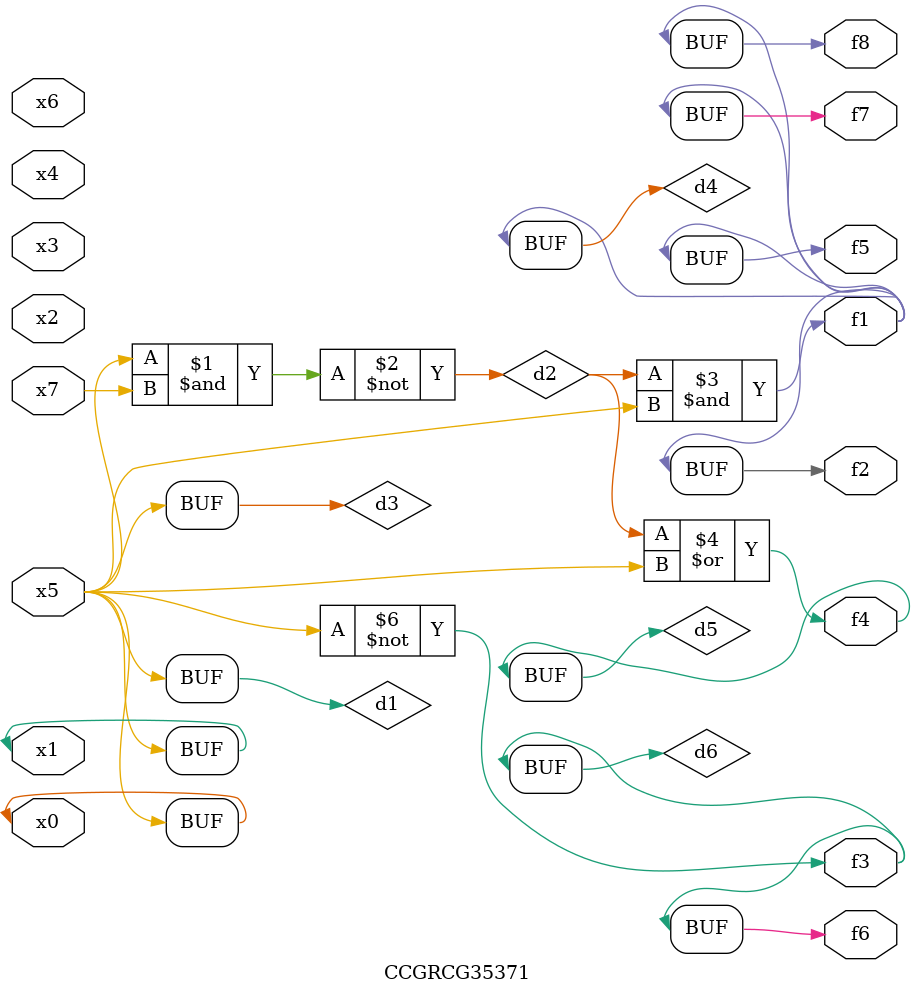
<source format=v>
module CCGRCG35371(
	input x0, x1, x2, x3, x4, x5, x6, x7,
	output f1, f2, f3, f4, f5, f6, f7, f8
);

	wire d1, d2, d3, d4, d5, d6;

	buf (d1, x0, x5);
	nand (d2, x5, x7);
	buf (d3, x0, x1);
	and (d4, d2, d3);
	or (d5, d2, d3);
	nor (d6, d1, d3);
	assign f1 = d4;
	assign f2 = d4;
	assign f3 = d6;
	assign f4 = d5;
	assign f5 = d4;
	assign f6 = d6;
	assign f7 = d4;
	assign f8 = d4;
endmodule

</source>
